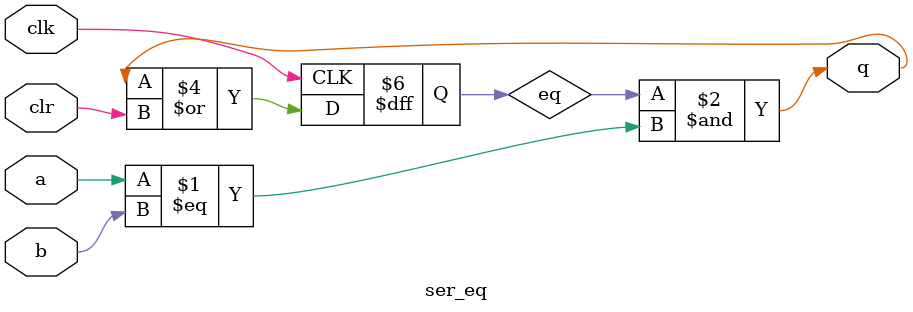
<source format=v>
module ser_eq
  (
   input  clk,
   input  a,
   input  b,
   input  clr,
   output q);

   reg    eq = 1'b1;
   
   assign q   = eq & (a == b);
   always @(posedge clk)
     eq <= q | clr;

endmodule

</source>
